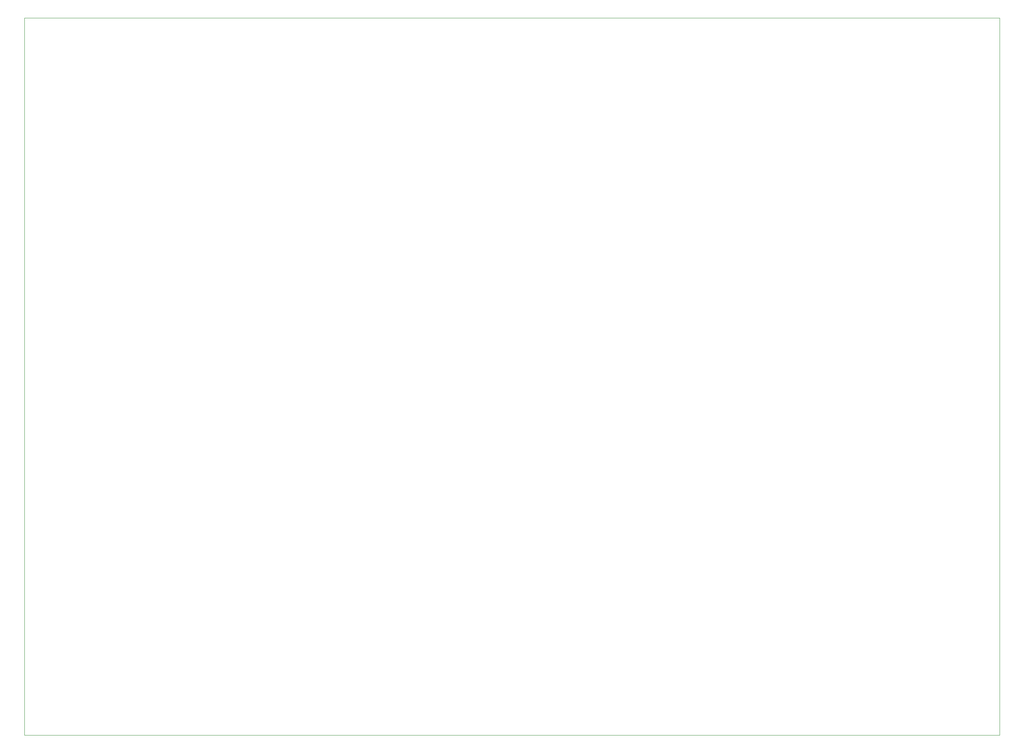
<source format=gm1>
%TF.GenerationSoftware,KiCad,Pcbnew,5.1.8-db9833491~87~ubuntu20.04.1*%
%TF.CreationDate,2020-11-28T16:20:25-05:00*%
%TF.ProjectId,DevBoard,44657642-6f61-4726-942e-6b696361645f,V01*%
%TF.SameCoordinates,Original*%
%TF.FileFunction,Profile,NP*%
%FSLAX46Y46*%
G04 Gerber Fmt 4.6, Leading zero omitted, Abs format (unit mm)*
G04 Created by KiCad (PCBNEW 5.1.8-db9833491~87~ubuntu20.04.1) date 2020-11-28 16:20:25*
%MOMM*%
%LPD*%
G01*
G04 APERTURE LIST*
%TA.AperFunction,Profile*%
%ADD10C,0.050000*%
%TD*%
G04 APERTURE END LIST*
D10*
X228600000Y-12065000D02*
X12065000Y-12065000D01*
X228600000Y-171450000D02*
X228600000Y-12065000D01*
X12065000Y-171450000D02*
X228600000Y-171450000D01*
X12065000Y-12065000D02*
X12065000Y-171450000D01*
M02*

</source>
